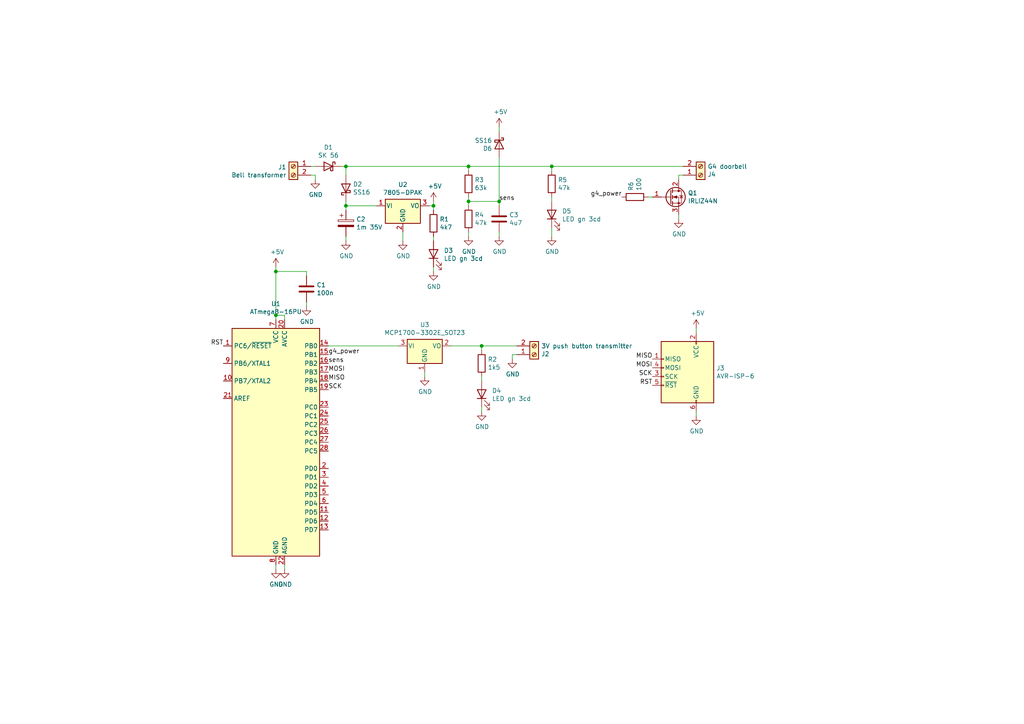
<source format=kicad_sch>
(kicad_sch (version 20230121) (generator eeschema)
  (paper "A4")
  (lib_symbols
    (symbol "Connector:AVR-ISP-6" (pin_names (offset 1.016))
      (property "Reference" "J" (at -6.35 11.43 0))
      (property "Value" "AVR-ISP-6" (at 0 11.43 0))
      (symbol "AVR-ISP-6_0_1"
        (rectangle (start -2.667 -6.858) (end -2.413 -7.62))
        (rectangle (start -2.667 10.16) (end -2.413 9.398))
        (rectangle (start 7.62 -2.413) (end 6.858 -2.667))
        (rectangle (start 7.62 0.127) (end 6.858 -0.127))
        (rectangle (start 7.62 2.667) (end 6.858 2.413))
        (rectangle (start 7.62 5.207) (end 6.858 4.953))
        (rectangle (start 7.62 10.16) (end -7.62 -7.62) (stroke (width 0.254)) (fill (type background)))
      )
      (symbol "AVR-ISP-6_1_1"
        (pin passive line (at 10.16 5.08 180) (length 2.54) (name "MISO") (number "1"))
        (pin passive line (at -2.54 12.7 270) (length 2.54) (name "VCC") (number "2"))
        (pin passive line (at 10.16 0 180) (length 2.54) (name "SCK") (number "3"))
        (pin passive line (at 10.16 2.54 180) (length 2.54) (name "MOSI") (number "4"))
        (pin passive line (at 10.16 -2.54 180) (length 2.54) (name "~{RST}") (number "5"))
        (pin passive line (at -2.54 -10.16 90) (length 2.54) (name "GND") (number "6"))
      )
    )
    (symbol "Connector:Screw_Terminal_01x02" (pin_names (offset 1.016) hide)
      (property "Reference" "J" (at 0 2.54 0))
      (property "Value" "Screw_Terminal_01x02" (at 0 -5.08 0))
      (symbol "Screw_Terminal_01x02_1_1"
        (rectangle (start -1.27 1.27) (end 1.27 -3.81) (stroke (width 0.254)) (fill (type background)))
        (circle (center 0 -2.54) (radius 0.635) (stroke (width 0.1524)))
        (polyline (pts (xy -0.5334 -2.2098) (xy 0.3302 -3.048)) (stroke (width 0.1524)))
        (polyline (pts (xy -0.5334 0.3302) (xy 0.3302 -0.508)) (stroke (width 0.1524)))
        (polyline (pts (xy -0.3556 -2.032) (xy 0.508 -2.8702)) (stroke (width 0.1524)))
        (polyline (pts (xy -0.3556 0.508) (xy 0.508 -0.3302)) (stroke (width 0.1524)))
        (circle (center 0 0) (radius 0.635) (stroke (width 0.1524)))
        (pin passive line (at -5.08 0 0) (length 3.81) (name "Pin_1") (number "1"))
        (pin passive line (at -5.08 -2.54 0) (length 3.81) (name "Pin_2") (number "2"))
      )
    )
    (symbol "Device:C" (pin_numbers hide) (pin_names (offset 0.254))
      (property "Reference" "C" (at 0.635 2.54 0))
      (property "Value" "C" (at 0.635 -2.54 0))
      (symbol "C_0_1"
        (polyline (pts (xy -2.032 -0.762) (xy 2.032 -0.762)) (stroke (width 0.508)))
        (polyline (pts (xy -2.032 0.762) (xy 2.032 0.762)) (stroke (width 0.508)))
      )
      (symbol "C_1_1"
        (pin passive line (at 0 3.81 270) (length 2.794) (name "~") (number "1"))
        (pin passive line (at 0 -3.81 90) (length 2.794) (name "~") (number "2"))
      )
    )
    (symbol "Device:CP" (pin_numbers hide) (pin_names (offset 0.254))
      (property "Reference" "C" (at 0.635 2.54 0))
      (property "Value" "Device_CP" (at 0.635 -2.54 0))
      (symbol "CP_0_1"
        (rectangle (start -2.286 0.508) (end 2.286 1.016))
        (polyline (pts (xy -1.778 2.286) (xy -0.762 2.286)))
        (polyline (pts (xy -1.27 2.794) (xy -1.27 1.778)))
        (rectangle (start 2.286 -0.508) (end -2.286 -1.016) (fill (type outline)))
      )
      (symbol "CP_1_1"
        (pin passive line (at 0 3.81 270) (length 2.794) (name "~") (number "1"))
        (pin passive line (at 0 -3.81 90) (length 2.794) (name "~") (number "2"))
      )
    )
    (symbol "Device:LED" (pin_numbers hide) (pin_names (offset 1.016) hide)
      (property "Reference" "D" (at 0 2.54 0))
      (property "Value" "LED" (at 0 -2.54 0))
      (symbol "LED_0_1"
        (polyline (pts (xy -1.27 -1.27) (xy -1.27 1.27)) (stroke (width 0.254)))
        (polyline (pts (xy -1.27 0) (xy 1.27 0)))
        (polyline (pts (xy 1.27 -1.27) (xy 1.27 1.27) (xy -1.27 0) (xy 1.27 -1.27)) (stroke (width 0.254)))
        (polyline (pts (xy -3.048 -0.762) (xy -4.572 -2.286) (xy -3.81 -2.286) (xy -4.572 -2.286) (xy -4.572 -1.524)))
        (polyline (pts (xy -1.778 -0.762) (xy -3.302 -2.286) (xy -2.54 -2.286) (xy -3.302 -2.286) (xy -3.302 -1.524)))
      )
      (symbol "LED_1_1"
        (pin passive line (at -3.81 0 0) (length 2.54) (name "K") (number "1"))
        (pin passive line (at 3.81 0 180) (length 2.54) (name "A") (number "2"))
      )
    )
    (symbol "Device:R" (pin_numbers hide) (pin_names (offset 0))
      (property "Reference" "R" (at 2.032 0 90))
      (property "Value" "R" (at 0 0 90))
      (symbol "R_0_1"
        (rectangle (start -1.016 -2.54) (end 1.016 2.54) (stroke (width 0.254)))
      )
      (symbol "R_1_1"
        (pin passive line (at 0 3.81 270) (length 1.27) (name "~") (number "1"))
        (pin passive line (at 0 -3.81 90) (length 1.27) (name "~") (number "2"))
      )
    )
    (symbol "Diode:B140-E3" (pin_numbers hide) (pin_names hide)
      (property "Reference" "D" (at 0 2.54 0))
      (property "Value" "B140-E3" (at 0 -2.54 0))
      (symbol "B140-E3_0_1"
        (polyline (pts (xy 1.27 0) (xy -1.27 0)))
        (polyline (pts (xy 1.27 1.27) (xy 1.27 -1.27) (xy -1.27 0) (xy 1.27 1.27)) (stroke (width 0.254)))
        (polyline (pts (xy -1.905 0.635) (xy -1.905 1.27) (xy -1.27 1.27) (xy -1.27 -1.27) (xy -0.635 -1.27) (xy -0.635 -0.635)) (stroke (width 0.254)))
      )
      (symbol "B140-E3_1_1"
        (pin passive line (at -3.81 0 0) (length 2.54) (name "K") (number "1"))
        (pin passive line (at 3.81 0 180) (length 2.54) (name "A") (number "2"))
      )
    )
    (symbol "Diode:B260" (pin_numbers hide) (pin_names (offset 1.016) hide)
      (property "Reference" "D" (at 0 2.54 0))
      (property "Value" "B260" (at 0 -2.54 0))
      (symbol "B260_0_1"
        (polyline (pts (xy 1.27 0) (xy -1.27 0)))
        (polyline (pts (xy 1.27 1.27) (xy 1.27 -1.27) (xy -1.27 0) (xy 1.27 1.27)) (stroke (width 0.254)))
        (polyline (pts (xy -1.905 0.635) (xy -1.905 1.27) (xy -1.27 1.27) (xy -1.27 -1.27) (xy -0.635 -1.27) (xy -0.635 -0.635)) (stroke (width 0.254)))
      )
      (symbol "B260_1_1"
        (pin passive line (at -3.81 0 0) (length 2.54) (name "K") (number "1"))
        (pin passive line (at 3.81 0 180) (length 2.54) (name "A") (number "2"))
      )
    )
    (symbol "MCU_Microchip_ATmega:ATmega8-16PU"
      (property "Reference" "U" (at -12.7 34.29 0))
      (property "Value" "MCU_Microchip_ATmega_ATmega8-16PU" (at 5.08 -34.29 0))
      (symbol "ATmega8-16PU_0_1"
        (rectangle (start -12.7 -33.02) (end 12.7 33.02) (stroke (width 0.254)) (fill (type background)))
      )
      (symbol "ATmega8-16PU_1_1"
        (pin bidirectional line (at -15.24 27.94 0) (length 2.54) (name "PC6/~{RESET}") (number "1"))
        (pin bidirectional line (at -15.24 17.78 0) (length 2.54) (name "PB7/XTAL2") (number "10"))
        (pin bidirectional line (at 15.24 -20.32 180) (length 2.54) (name "PD5") (number "11"))
        (pin bidirectional line (at 15.24 -22.86 180) (length 2.54) (name "PD6") (number "12"))
        (pin bidirectional line (at 15.24 -25.4 180) (length 2.54) (name "PD7") (number "13"))
        (pin bidirectional line (at 15.24 27.94 180) (length 2.54) (name "PB0") (number "14"))
        (pin bidirectional line (at 15.24 25.4 180) (length 2.54) (name "PB1") (number "15"))
        (pin bidirectional line (at 15.24 22.86 180) (length 2.54) (name "PB2") (number "16"))
        (pin bidirectional line (at 15.24 20.32 180) (length 2.54) (name "PB3") (number "17"))
        (pin bidirectional line (at 15.24 17.78 180) (length 2.54) (name "PB4") (number "18"))
        (pin bidirectional line (at 15.24 15.24 180) (length 2.54) (name "PB5") (number "19"))
        (pin bidirectional line (at 15.24 -7.62 180) (length 2.54) (name "PD0") (number "2"))
        (pin power_in line (at 2.54 35.56 270) (length 2.54) (name "AVCC") (number "20"))
        (pin passive line (at -15.24 12.7 0) (length 2.54) (name "AREF") (number "21"))
        (pin power_in line (at 2.54 -35.56 90) (length 2.54) (name "AGND") (number "22"))
        (pin bidirectional line (at 15.24 10.16 180) (length 2.54) (name "PC0") (number "23"))
        (pin bidirectional line (at 15.24 7.62 180) (length 2.54) (name "PC1") (number "24"))
        (pin bidirectional line (at 15.24 5.08 180) (length 2.54) (name "PC2") (number "25"))
        (pin bidirectional line (at 15.24 2.54 180) (length 2.54) (name "PC3") (number "26"))
        (pin bidirectional line (at 15.24 0 180) (length 2.54) (name "PC4") (number "27"))
        (pin bidirectional line (at 15.24 -2.54 180) (length 2.54) (name "PC5") (number "28"))
        (pin bidirectional line (at 15.24 -10.16 180) (length 2.54) (name "PD1") (number "3"))
        (pin bidirectional line (at 15.24 -12.7 180) (length 2.54) (name "PD2") (number "4"))
        (pin bidirectional line (at 15.24 -15.24 180) (length 2.54) (name "PD3") (number "5"))
        (pin bidirectional line (at 15.24 -17.78 180) (length 2.54) (name "PD4") (number "6"))
        (pin power_in line (at 0 35.56 270) (length 2.54) (name "VCC") (number "7"))
        (pin power_in line (at 0 -35.56 90) (length 2.54) (name "GND") (number "8"))
        (pin bidirectional line (at -15.24 22.86 0) (length 2.54) (name "PB6/XTAL1") (number "9"))
      )
    )
    (symbol "Regulator_Linear:LF33_TO252" (pin_names (offset 0.254))
      (property "Reference" "U" (at -3.81 3.175 0))
      (property "Value" "LF33_TO252" (at 0 3.175 0))
      (symbol "LF33_TO252_0_1"
        (rectangle (start -5.08 1.905) (end 5.08 -5.08) (stroke (width 0.254)) (fill (type background)))
      )
      (symbol "LF33_TO252_1_1"
        (pin power_in line (at -7.62 0 0) (length 2.54) (name "VI") (number "1"))
        (pin power_in line (at 0 -7.62 90) (length 2.54) (name "GND") (number "2"))
        (pin power_out line (at 7.62 0 180) (length 2.54) (name "VO") (number "3"))
      )
    )
    (symbol "Regulator_Linear:MCP1700-3302E_SOT23" (pin_names (offset 0.254))
      (property "Reference" "U" (at -3.81 3.175 0))
      (property "Value" "Regulator_Linear_MCP1700-3302E_SOT23" (at 0 3.175 0))
      (symbol "MCP1700-3302E_SOT23_0_1"
        (rectangle (start -5.08 1.905) (end 5.08 -5.08) (stroke (width 0.254)) (fill (type background)))
      )
      (symbol "MCP1700-3302E_SOT23_1_1"
        (pin power_in line (at 0 -7.62 90) (length 2.54) (name "GND") (number "1"))
        (pin power_out line (at 7.62 0 180) (length 2.54) (name "VO") (number "2"))
        (pin power_in line (at -7.62 0 0) (length 2.54) (name "VI") (number "3"))
      )
    )
    (symbol "Transistor_FET:IRLIZ44N" (pin_names hide)
      (property "Reference" "Q" (at 6.35 1.905 0))
      (property "Value" "IRLIZ44N" (at 6.35 0 0))
      (symbol "IRLIZ44N_0_1"
        (polyline (pts (xy 0.254 0) (xy -2.54 0)))
        (polyline (pts (xy 0.254 1.905) (xy 0.254 -1.905)) (stroke (width 0.254)))
        (polyline (pts (xy 0.762 -1.27) (xy 0.762 -2.286)) (stroke (width 0.254)))
        (polyline (pts (xy 0.762 0.508) (xy 0.762 -0.508)) (stroke (width 0.254)))
        (polyline (pts (xy 0.762 2.286) (xy 0.762 1.27)) (stroke (width 0.254)))
        (polyline (pts (xy 2.54 2.54) (xy 2.54 1.778)))
        (polyline (pts (xy 2.54 -2.54) (xy 2.54 0) (xy 0.762 0)))
        (polyline (pts (xy 0.762 -1.778) (xy 3.302 -1.778) (xy 3.302 1.778) (xy 0.762 1.778)))
        (polyline (pts (xy 1.016 0) (xy 2.032 0.381) (xy 2.032 -0.381) (xy 1.016 0)) (fill (type outline)))
        (polyline (pts (xy 2.794 0.508) (xy 2.921 0.381) (xy 3.683 0.381) (xy 3.81 0.254)))
        (polyline (pts (xy 3.302 0.381) (xy 2.921 -0.254) (xy 3.683 -0.254) (xy 3.302 0.381)))
        (circle (center 1.651 0) (radius 2.794) (stroke (width 0.254)))
        (circle (center 2.54 -1.778) (radius 0.254) (fill (type outline)))
        (circle (center 2.54 1.778) (radius 0.254) (fill (type outline)))
      )
      (symbol "IRLIZ44N_1_1"
        (pin input line (at -5.08 0 0) (length 2.54) (name "G") (number "1"))
        (pin passive line (at 2.54 5.08 270) (length 2.54) (name "D") (number "2"))
        (pin passive line (at 2.54 -5.08 90) (length 2.54) (name "S") (number "3"))
      )
    )
    (symbol "power:+5V" (power) (pin_names (offset 0))
      (property "Value" "+5V" (at 0 3.556 0))
      (symbol "+5V_0_1"
        (polyline (pts (xy -0.762 1.27) (xy 0 2.54)))
        (polyline (pts (xy 0 0) (xy 0 2.54)))
        (polyline (pts (xy 0 2.54) (xy 0.762 1.27)))
      )
      (symbol "+5V_1_1"
        (pin power_in line (at 0 0 90) (length 0) hide (name "+5V") (number "1"))
      )
    )
    (symbol "power:GND" (power) (pin_names (offset 0))
      (property "Value" "GND" (at 0 -3.81 0))
      (symbol "GND_0_1"
        (polyline (pts (xy 0 0) (xy 0 -1.27) (xy 1.27 -1.27) (xy 0 -2.54) (xy -1.27 -1.27) (xy 0 -1.27)))
      )
      (symbol "GND_1_1"
        (pin power_in line (at 0 0 270) (length 0) hide (name "GND") (number "1"))
      )
    )
  )
  (junction (at 160.02 48.26))
  (junction (at 139.7 100.33))
  (junction (at 144.78 58.42))
  (junction (at 80.01 78.74))
  (junction (at 100.33 48.26))
  (junction (at 135.89 48.26))
  (junction (at 135.89 58.42))
  (junction (at 80.01 91.44))
  (junction (at 125.73 59.69))
  (junction (at 100.33 59.69))
  (wire (pts (xy 80.01 91.44) (xy 82.55 91.44)))
  (wire (pts (xy 189.23 57.15) (xy 187.96 57.15)))
  (wire (pts (xy 80.01 163.83) (xy 80.01 165.1)))
  (wire (pts (xy 144.78 67.31) (xy 144.78 68.58)))
  (wire (pts (xy 139.7 118.11) (xy 139.7 119.38)))
  (wire (pts (xy 196.85 50.8) (xy 196.85 52.07)))
  (wire (pts (xy 144.78 58.42) (xy 144.78 59.69)))
  (wire (pts (xy 160.02 57.15) (xy 160.02 58.42)))
  (wire (pts (xy 100.33 48.26) (xy 135.89 48.26)))
  (wire (pts (xy 135.89 67.31) (xy 135.89 68.58)))
  (wire (pts (xy 160.02 48.26) (xy 160.02 49.53)))
  (wire (pts (xy 201.93 95.25) (xy 201.93 96.52)))
  (wire (pts (xy 144.78 45.72) (xy 144.78 58.42)))
  (wire (pts (xy 116.84 67.31) (xy 116.84 69.85)))
  (wire (pts (xy 135.89 48.26) (xy 135.89 49.53)))
  (wire (pts (xy 109.22 59.69) (xy 100.33 59.69)))
  (wire (pts (xy 149.86 102.87) (xy 148.59 102.87)))
  (wire (pts (xy 90.17 48.26) (xy 91.44 48.26)))
  (wire (pts (xy 124.46 59.69) (xy 125.73 59.69)))
  (wire (pts (xy 82.55 163.83) (xy 82.55 165.1)))
  (wire (pts (xy 80.01 91.44) (xy 80.01 92.71)))
  (wire (pts (xy 160.02 66.04) (xy 160.02 68.58)))
  (wire (pts (xy 148.59 102.87) (xy 148.59 104.14)))
  (wire (pts (xy 135.89 58.42) (xy 135.89 59.69)))
  (wire (pts (xy 88.9 78.74) (xy 80.01 78.74)))
  (wire (pts (xy 88.9 80.01) (xy 88.9 78.74)))
  (wire (pts (xy 88.9 87.63) (xy 88.9 88.9)))
  (wire (pts (xy 135.89 57.15) (xy 135.89 58.42)))
  (wire (pts (xy 80.01 78.74) (xy 80.01 91.44)))
  (wire (pts (xy 139.7 100.33) (xy 139.7 101.6)))
  (wire (pts (xy 90.17 50.8) (xy 91.44 50.8)))
  (wire (pts (xy 82.55 91.44) (xy 82.55 92.71)))
  (wire (pts (xy 100.33 68.58) (xy 100.33 69.85)))
  (wire (pts (xy 80.01 77.47) (xy 80.01 78.74)))
  (wire (pts (xy 125.73 68.58) (xy 125.73 69.85)))
  (wire (pts (xy 135.89 48.26) (xy 160.02 48.26)))
  (wire (pts (xy 100.33 58.42) (xy 100.33 59.69)))
  (wire (pts (xy 139.7 100.33) (xy 149.86 100.33)))
  (wire (pts (xy 201.93 119.38) (xy 201.93 120.65)))
  (wire (pts (xy 123.19 107.95) (xy 123.19 109.22)))
  (wire (pts (xy 125.73 59.69) (xy 125.73 60.96)))
  (wire (pts (xy 139.7 109.22) (xy 139.7 110.49)))
  (wire (pts (xy 160.02 48.26) (xy 198.12 48.26)))
  (wire (pts (xy 95.25 100.33) (xy 115.57 100.33)))
  (wire (pts (xy 100.33 59.69) (xy 100.33 60.96)))
  (wire (pts (xy 125.73 77.47) (xy 125.73 78.74)))
  (wire (pts (xy 144.78 36.83) (xy 144.78 38.1)))
  (wire (pts (xy 130.81 100.33) (xy 139.7 100.33)))
  (wire (pts (xy 99.06 48.26) (xy 100.33 48.26)))
  (wire (pts (xy 125.73 59.69) (xy 125.73 58.42)))
  (wire (pts (xy 135.89 58.42) (xy 144.78 58.42)))
  (wire (pts (xy 100.33 48.26) (xy 100.33 50.8)))
  (wire (pts (xy 196.85 62.23) (xy 196.85 63.5)))
  (wire (pts (xy 91.44 50.8) (xy 91.44 52.07)))
  (wire (pts (xy 198.12 50.8) (xy 196.85 50.8)))
  (label "MISO" (at 95.25 110.49 0))
  (label "sens" (at 95.25 105.41 0))
  (label "MISO" (at 189.23 104.14 180))
  (label "SCK" (at 95.25 113.03 0))
  (label "g4_power" (at 95.25 102.87 0))
  (label "SCK" (at 189.23 109.22 180))
  (label "sens" (at 144.78 58.42 0))
  (label "MOSI" (at 95.25 107.95 0))
  (label "RST" (at 64.77 100.33 180))
  (label "RST" (at 189.23 111.76 180))
  (label "g4_power" (at 180.34 57.15 180))
  (label "MOSI" (at 189.23 106.68 180))
  (symbol (lib_id "Connector:Screw_Terminal_01x02") (at 85.09 48.26 0) (mirror y) (unit 1)
    (property "Reference" "J1" (at 83.058 48.4632 0) (effects (justify left)))
    (property "Value" "Bell transformer" (at 83.058 50.7746 0) (effects (justify left)))
    (property "Footprint" "TerminalBlock_RND:TerminalBlock_RND_205-00001_1x02_P5.00mm_Horizontal" (effects hide))
  )
  (symbol (lib_id "Connector:Screw_Terminal_01x02") (at 203.2 50.8 0) (mirror x) (unit 1)
    (property "Reference" "J4" (at 205.232 50.5968 0) (effects (justify left)))
    (property "Value" "G4 doorbell" (at 205.232 48.2854 0) (effects (justify left)))
    (property "Footprint" "TerminalBlock_RND:TerminalBlock_RND_205-00001_1x02_P5.00mm_Horizontal" (effects hide))
  )
  (symbol (lib_id "power:GND") (at 91.44 52.07 0) (unit 1)
    (property "Reference" "#PWR04" (effects hide))
    (property "Value" "GND" (at 91.567 56.4642 0))
  )
  (symbol (lib_id "Transistor_FET:IRLIZ44N") (at 194.31 57.15 0) (unit 1)
    (property "Reference" "Q1" (at 199.517 55.9816 0) (effects (justify left)))
    (property "Value" "IRLIZ44N" (at 199.517 58.293 0) (effects (justify left)))
    (property "Footprint" "Package_TO_SOT_THT:TO-220F-3_Vertical" (effects hide))
    (property "Datasheet" "http://www.irf.com/product-info/datasheets/data/irliz44n.pdf" (effects hide))
  )
  (symbol (lib_id "power:GND") (at 196.85 63.5 0) (unit 1)
    (property "Reference" "#PWR016" (effects hide))
    (property "Value" "GND" (at 196.977 67.8942 0))
  )
  (symbol (lib_id "Device:CP") (at 100.33 64.77 0) (unit 1)
    (property "Reference" "C2" (at 103.3272 63.6016 0) (effects (justify left)))
    (property "Value" "1m 35V" (at 103.3272 65.913 0) (effects (justify left)))
    (property "Footprint" "Capacitor_THT:CP_Radial_D13.0mm_P5.00mm" (effects hide))
  )
  (symbol (lib_id "power:GND") (at 100.33 69.85 0) (unit 1)
    (property "Reference" "#PWR05" (effects hide))
    (property "Value" "GND" (at 100.457 74.2442 0))
  )
  (symbol (lib_id "power:GND") (at 116.84 69.85 0) (unit 1)
    (property "Reference" "#PWR06" (effects hide))
    (property "Value" "GND" (at 116.967 74.2442 0))
  )
  (symbol (lib_id "Device:R") (at 135.89 53.34 0) (unit 1)
    (property "Reference" "R3" (at 137.668 52.1716 0) (effects (justify left)))
    (property "Value" "63k" (at 137.668 54.483 0) (effects (justify left)))
    (property "Footprint" "Resistor_SMD:R_0805_2012Metric_Pad1.20x1.40mm_HandSolder" (effects hide))
  )
  (symbol (lib_id "Device:C") (at 144.78 63.5 0) (unit 1)
    (property "Reference" "C3" (at 147.701 62.3316 0) (effects (justify left)))
    (property "Value" "4u7" (at 147.701 64.643 0) (effects (justify left)))
    (property "Footprint" "Capacitor_SMD:C_0805_2012Metric_Pad1.18x1.45mm_HandSolder" (effects hide))
  )
  (symbol (lib_id "Device:R") (at 135.89 63.5 0) (unit 1)
    (property "Reference" "R4" (at 137.668 62.3316 0) (effects (justify left)))
    (property "Value" "47k" (at 137.668 64.643 0) (effects (justify left)))
    (property "Footprint" "Resistor_SMD:R_0805_2012Metric_Pad1.20x1.40mm_HandSolder" (effects hide))
  )
  (symbol (lib_id "power:GND") (at 135.89 68.58 0) (unit 1)
    (property "Reference" "#PWR011" (effects hide))
    (property "Value" "GND" (at 136.017 72.9742 0))
  )
  (symbol (lib_id "power:GND") (at 144.78 68.58 0) (unit 1)
    (property "Reference" "#PWR012" (effects hide))
    (property "Value" "GND" (at 144.907 72.9742 0))
  )
  (symbol (lib_id "Connector:Screw_Terminal_01x02") (at 154.94 102.87 0) (mirror x) (unit 1)
    (property "Reference" "J2" (at 156.972 102.6668 0) (effects (justify left)))
    (property "Value" "3V push button transmitter" (at 156.972 100.3554 0) (effects (justify left)))
    (property "Footprint" "TerminalBlock_RND:TerminalBlock_RND_205-00001_1x02_P5.00mm_Horizontal" (effects hide))
  )
  (symbol (lib_id "Device:R") (at 184.15 57.15 90) (unit 1)
    (property "Reference" "R6" (at 182.9816 55.372 0) (effects (justify left)))
    (property "Value" "100" (at 185.293 55.372 0) (effects (justify left)))
    (property "Footprint" "Resistor_SMD:R_0805_2012Metric_Pad1.20x1.40mm_HandSolder" (effects hide))
  )
  (symbol (lib_id "Regulator_Linear:LF33_TO252") (at 116.84 59.69 0) (unit 1)
    (property "Reference" "U2" (at 116.84 53.5432 0))
    (property "Value" "7805-DPAK" (at 116.84 55.8546 0))
    (property "Footprint" "Package_TO_SOT_SMD:TO-252-2" (effects hide))
    (property "Datasheet" "http://www.st.com/content/ccc/resource/technical/document/datasheet/c4/0e/7e/2a/be/bc/4c/bd/CD00000546.pdf/files/CD00000546.pdf/jcr:content/translations/en.CD00000546.pdf" (effects hide))
  )
  (symbol (lib_id "power:GND") (at 80.01 165.1 0) (unit 1)
    (property "Reference" "#PWR02" (effects hide))
    (property "Value" "GND" (at 80.137 169.4942 0))
  )
  (symbol (lib_id "power:GND") (at 148.59 104.14 0) (unit 1)
    (property "Reference" "#PWR010" (effects hide))
    (property "Value" "GND" (at 148.717 108.5342 0))
  )
  (symbol (lib_id "Device:LED") (at 139.7 114.3 90) (unit 1)
    (property "Reference" "D4" (at 142.6972 113.3094 90) (effects (justify right)))
    (property "Value" "LED gn 3cd" (at 142.6972 115.6208 90) (effects (justify right)))
    (property "Footprint" "LED_THT:LED_D3.0mm" (effects hide))
  )
  (symbol (lib_id "Connector:AVR-ISP-6") (at 199.39 109.22 0) (mirror y) (unit 1)
    (property "Reference" "J3" (at 207.772 106.7816 0) (effects (justify right)))
    (property "Value" "AVR-ISP-6" (at 207.772 109.093 0) (effects (justify right)))
    (property "Footprint" "Connector_IDC:IDC-Header_2x03_P2.54mm_Vertical" (effects hide))
    (property "Datasheet" " ~" (effects hide))
  )
  (symbol (lib_id "Device:R") (at 139.7 105.41 0) (unit 1)
    (property "Reference" "R2" (at 141.478 104.2416 0) (effects (justify left)))
    (property "Value" "1k5" (at 141.478 106.553 0) (effects (justify left)))
    (property "Footprint" "Resistor_SMD:R_0805_2012Metric_Pad1.20x1.40mm_HandSolder" (effects hide))
  )
  (symbol (lib_id "power:GND") (at 139.7 119.38 0) (unit 1)
    (property "Reference" "#PWR09" (effects hide))
    (property "Value" "GND" (at 139.827 123.7742 0))
  )
  (symbol (lib_id "power:GND") (at 201.93 120.65 0) (unit 1)
    (property "Reference" "#PWR015" (effects hide))
    (property "Value" "GND" (at 202.057 125.0442 0))
  )
  (symbol (lib_id "Device:LED") (at 125.73 73.66 90) (unit 1)
    (property "Reference" "D3" (at 128.7272 72.6694 90) (effects (justify right)))
    (property "Value" "LED gn 3cd" (at 128.7272 74.9808 90) (effects (justify right)))
    (property "Footprint" "LED_THT:LED_D3.0mm" (effects hide))
  )
  (symbol (lib_id "Device:R") (at 125.73 64.77 0) (unit 1)
    (property "Reference" "R1" (at 127.508 63.6016 0) (effects (justify left)))
    (property "Value" "4k7" (at 127.508 65.913 0) (effects (justify left)))
    (property "Footprint" "Resistor_SMD:R_0805_2012Metric_Pad1.20x1.40mm_HandSolder" (effects hide))
  )
  (symbol (lib_id "power:GND") (at 125.73 78.74 0) (unit 1)
    (property "Reference" "#PWR08" (effects hide))
    (property "Value" "GND" (at 125.857 83.1342 0))
  )
  (symbol (lib_id "MCU_Microchip_ATmega:ATmega8-16PU") (at 80.01 128.27 0) (unit 1)
    (property "Reference" "U1" (at 80.01 88.1126 0))
    (property "Value" "ATmega8-16PU" (at 80.01 90.424 0))
    (property "Footprint" "Package_DIP:DIP-28_W7.62mm" (effects hide))
    (property "Datasheet" "http://ww1.microchip.com/downloads/en/DeviceDoc/atmel-2486-8-bit-avr-microcontroller-atmega8_l_datasheet.pdf" (effects hide))
  )
  (symbol (lib_id "Device:LED") (at 160.02 62.23 90) (unit 1)
    (property "Reference" "D5" (at 163.0172 61.2394 90) (effects (justify right)))
    (property "Value" "LED gn 3cd" (at 163.0172 63.5508 90) (effects (justify right)))
    (property "Footprint" "LED_THT:LED_D3.0mm" (effects hide))
  )
  (symbol (lib_id "Device:R") (at 160.02 53.34 0) (unit 1)
    (property "Reference" "R5" (at 161.798 52.1716 0) (effects (justify left)))
    (property "Value" "47k" (at 161.798 54.483 0) (effects (justify left)))
    (property "Footprint" "Resistor_SMD:R_0805_2012Metric_Pad1.20x1.40mm_HandSolder" (effects hide))
  )
  (symbol (lib_id "power:GND") (at 160.02 68.58 0) (unit 1)
    (property "Reference" "#PWR013" (effects hide))
    (property "Value" "GND" (at 160.147 72.9742 0))
  )
  (symbol (lib_id "Device:C") (at 88.9 83.82 0) (unit 1)
    (property "Reference" "C1" (at 91.821 82.6516 0) (effects (justify left)))
    (property "Value" "100n" (at 91.821 84.963 0) (effects (justify left)))
    (property "Footprint" "Capacitor_SMD:C_0805_2012Metric_Pad1.18x1.45mm_HandSolder" (effects hide))
  )
  (symbol (lib_id "power:GND") (at 88.9 88.9 0) (unit 1)
    (property "Reference" "#PWR03" (effects hide))
    (property "Value" "GND" (at 89.027 93.2942 0))
  )
  (symbol (lib_id "power:GND") (at 82.55 165.1 0) (unit 1)
    (property "Reference" "#PWR0101" (effects hide))
    (property "Value" "GND" (at 82.677 169.4942 0))
  )
  (symbol (lib_id "Diode:B140-E3") (at 100.33 54.61 90) (unit 1)
    (property "Reference" "D2" (at 102.362 53.4416 90) (effects (justify right)))
    (property "Value" "SS16" (at 102.362 55.753 90) (effects (justify right)))
    (property "Footprint" "Diode_SMD:D_SMA" (effects hide))
    (property "Datasheet" "http://www.vishay.com/docs/88946/b120.pdf" (effects hide))
  )
  (symbol (lib_id "Diode:B260") (at 95.25 48.26 0) (mirror y) (unit 1)
    (property "Reference" "D1" (at 95.25 42.7482 0))
    (property "Value" "SK 56" (at 95.25 45.0596 0))
    (property "Footprint" "Diode_SMD:D_SMB" (effects hide))
    (property "Datasheet" "http://www.jameco.com/Jameco/Products/ProdDS/1538777.pdf" (effects hide))
  )
  (symbol (lib_id "power:+5V") (at 125.73 58.42 0) (unit 1)
    (property "Reference" "#PWR014" (effects hide))
    (property "Value" "+5V" (at 126.111 54.0258 0))
  )
  (symbol (lib_id "power:+5V") (at 80.01 77.47 0) (unit 1)
    (property "Reference" "#PWR01" (effects hide))
    (property "Value" "+5V" (at 80.391 73.0758 0))
  )
  (symbol (lib_id "power:+5V") (at 201.93 95.25 0) (unit 1)
    (property "Reference" "#PWR017" (effects hide))
    (property "Value" "+5V" (at 202.311 90.8558 0))
  )
  (symbol (lib_id "Regulator_Linear:MCP1700-3302E_SOT23") (at 123.19 100.33 0) (unit 1)
    (property "Reference" "U3" (at 123.19 94.1832 0))
    (property "Value" "MCP1700-3302E_SOT23" (at 123.19 96.4946 0))
    (property "Footprint" "Package_TO_SOT_SMD:SOT-23" (effects hide))
    (property "Datasheet" "http://ww1.microchip.com/downloads/en/DeviceDoc/20001826D.pdf" (effects hide))
  )
  (symbol (lib_id "Diode:B140-E3") (at 144.78 41.91 270) (unit 1)
    (property "Reference" "D6" (at 142.748 43.0784 90) (effects (justify right)))
    (property "Value" "SS16" (at 142.748 40.767 90) (effects (justify right)))
    (property "Footprint" "Diode_SMD:D_SMA" (effects hide))
    (property "Datasheet" "http://www.vishay.com/docs/88946/b120.pdf" (effects hide))
  )
  (symbol (lib_id "power:+5V") (at 144.78 36.83 0) (unit 1)
    (property "Reference" "#PWR0102" (effects hide))
    (property "Value" "+5V" (at 145.161 32.4358 0))
  )
  (symbol (lib_id "power:GND") (at 123.19 109.22 0) (unit 1)
    (property "Reference" "#PWR07" (effects hide))
    (property "Value" "GND" (at 123.317 113.6142 0))
  )
)
</source>
